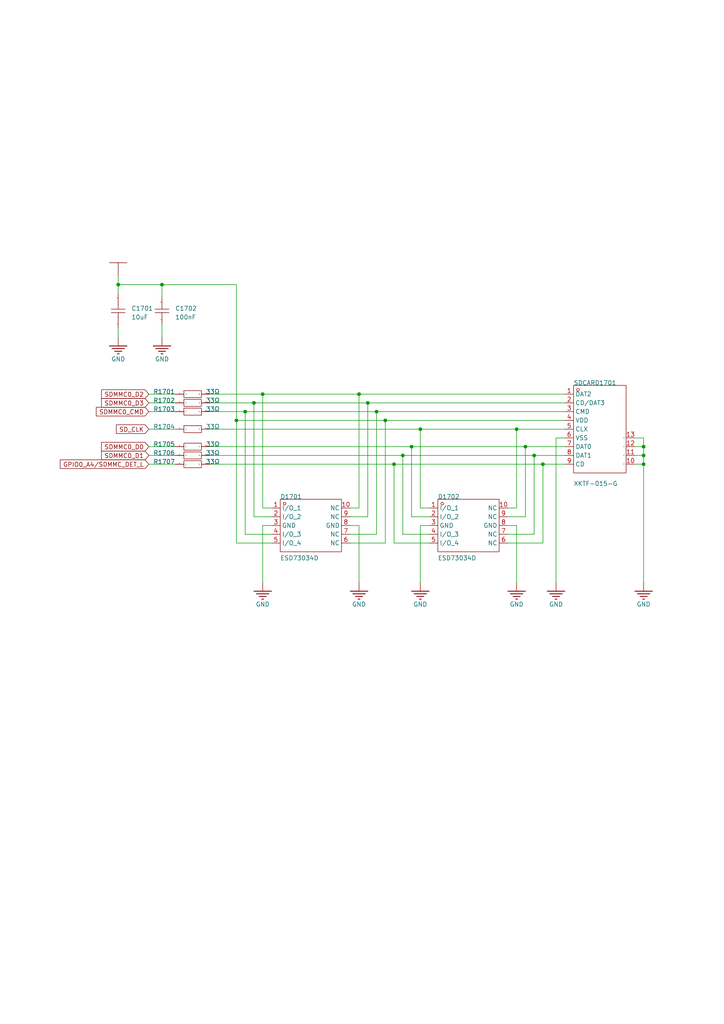
<source format=kicad_sch>
(kicad_sch (version 20250114) (generator "eeschema") (generator_version "9.0")
  (paper "A4" portrait)
  (lib_symbols
    (symbol "mainboard:0402B104K250NT"
      (property "Reference" "C" (at 0 0 0))
      (symbol "0402B104K250NT_1_0"
        (polyline (pts (xy -1.27 0) (xy -0.508 0)))
        (polyline (pts (xy -0.508 2.032) (xy -0.508 -2.032)))
        (polyline (pts (xy 0.508 2.032) (xy 0.508 -2.032)))
        (polyline (pts (xy 0.508 0) (xy 1.27 0)))
        (pin input line (at -3.81 0 0) (length 2.54) (name "1") (number "1"))
        (pin input line (at 3.81 0 180) (length 2.54) (name "2") (number "2"))
      )
    )
    (symbol "mainboard:CL10A106MA8NRNC"
      (property "Reference" "C" (at 0 0 0))
      (symbol "CL10A106MA8NRNC_1_0"
        (polyline (pts (xy -0.508 0) (xy -2.54 0)))
        (polyline (pts (xy -0.508 -2.032) (xy -0.508 2.032)))
        (polyline (pts (xy 0.508 2.032) (xy 0.508 -2.032)))
        (polyline (pts (xy 2.54 0) (xy 0.508 0)))
        (pin input line (at -5.08 0 0) (length 2.54) (name "1") (number "1"))
        (pin input line (at 5.08 0 180) (length 2.54) (name "2") (number "2"))
      )
    )
    (symbol "mainboard:ESD73034D"
      (property "Reference" "D" (at 0 0 0))
      (symbol "ESD73034D_1_0"
        (rectangle (start -8.89 -7.62) (end 8.89 7.62))
        (circle (center -7.62 6.35) (radius 0.381))
        (pin unspecified line (at -11.43 5.08 0) (length 2.54) (name "I/O_1") (number "1"))
        (pin unspecified line (at -11.43 2.54 0) (length 2.54) (name "I/O_2") (number "2"))
        (pin unspecified line (at -11.43 0 0) (length 2.54) (name "GND") (number "3"))
        (pin unspecified line (at -11.43 -2.54 0) (length 2.54) (name "I/O_3") (number "4"))
        (pin unspecified line (at -11.43 -5.08 0) (length 2.54) (name "I/O_4") (number "5"))
        (pin unspecified line (at 11.43 5.08 180) (length 2.54) (name "NC") (number "10"))
        (pin unspecified line (at 11.43 2.54 180) (length 2.54) (name "NC") (number "9"))
        (pin unspecified line (at 11.43 0 180) (length 2.54) (name "GND") (number "8"))
        (pin unspecified line (at 11.43 -2.54 180) (length 2.54) (name "NC") (number "7"))
        (pin unspecified line (at 11.43 -5.08 180) (length 2.54) (name "NC") (number "6"))
      )
    )
    (symbol "mainboard:Ground-GND" (power) (pin_numbers (hide yes)) (pin_names (hide yes))
      (property "Value" "GND" (at 0 -6.35 0))
      (symbol "Ground-GND_1_0"
        (polyline (pts (xy -2.54 -2.54) (xy 2.54 -2.54)) (stroke (width 0.254)))
        (polyline (pts (xy -1.778 -3.302) (xy 1.778 -3.302)) (stroke (width 0.254)))
        (polyline (pts (xy -1.016 -4.064) (xy 1.016 -4.064)) (stroke (width 0.254)))
        (polyline (pts (xy -0.254 -4.826) (xy 0.254 -4.826)) (stroke (width 0.254)))
        (pin power_in line (at 0 0 270) (length 2.54) (name "") (number "1"))
      )
    )
    (symbol "mainboard:Power-VCC" (power) (pin_numbers (hide yes)) (pin_names (hide yes))
      (property "Value" "VCC" (at 0 5.08 0))
      (symbol "Power-VCC_1_0"
        (polyline (pts (xy -2.54 3.81) (xy 2.54 3.81)))
        (polyline (pts (xy 0 3.81) (xy 0 1.27)))
        (pin power_in line (at 0 0 90) (length 1.27) (name "VCC3V3_SD_S0") (number "1"))
      )
    )
    (symbol "mainboard:RC0402FR-0733RL"
      (property "Reference" "R" (at 0 0 0))
      (symbol "RC0402FR-0733RL_1_0"
        (rectangle (start -2.54 -1.016) (end 2.54 1.016))
        (pin input line (at -5.08 0 0) (length 2.54) (name "1") (number "1"))
        (pin input line (at 5.08 0 180) (length 2.54) (name "2") (number "2"))
      )
    )
    (symbol "mainboard:XKTF-015-G"
      (symbol "XKTF-015-G_1_0"
        (rectangle (start -11.43 10.16) (end 3.81 -15.24))
        (circle (center -10.16 8.89) (radius 0.381))
        (pin unspecified line (at -13.97 7.62 0) (length 2.54) (name "DAT2") (number "1"))
        (pin unspecified line (at -13.97 5.08 0) (length 2.54) (name "CD/DAT3") (number "2"))
        (pin unspecified line (at -13.97 2.54 0) (length 2.54) (name "CMD") (number "3"))
        (pin unspecified line (at -13.97 0 0) (length 2.54) (name "VDD") (number "4"))
        (pin unspecified line (at -13.97 -2.54 0) (length 2.54) (name "CLX") (number "5"))
        (pin unspecified line (at -13.97 -5.08 0) (length 2.54) (name "VSS") (number "6"))
        (pin unspecified line (at -13.9446 -7.62 0) (length 2.54) (name "DAT0") (number "7"))
        (pin unspecified line (at -13.9446 -10.16 0) (length 2.54) (name "DAT1") (number "8"))
        (pin unspecified line (at -13.9446 -12.7 0) (length 2.54) (name "CD") (number "9"))
        (pin unspecified line (at 6.35 -5.0546 180) (length 2.54) (name "EP") (number "13"))
        (pin unspecified line (at 6.35 -7.5946 180) (length 2.54) (name "EP") (number "12"))
        (pin unspecified line (at 6.35 -10.1346 180) (length 2.54) (name "EP") (number "11"))
        (pin unspecified line (at 6.35 -12.6746 180) (length 2.54) (name "EP") (number "10"))
      )
    )
  )
  (junction (at 34.29 82.55))
  (junction (at 104.14 114.3))
  (junction (at 46.99 82.55))
  (junction (at 119.38 129.54))
  (junction (at 149.86 124.46))
  (junction (at 68.58 121.92))
  (junction (at 71.12 119.38))
  (junction (at 186.69 132.08))
  (junction (at 152.4 129.54))
  (junction (at 109.22 119.38))
  (junction (at 106.68 116.84))
  (junction (at 121.92 124.46))
  (junction (at 76.2 114.3))
  (junction (at 186.69 134.62))
  (junction (at 73.66 116.84))
  (junction (at 114.3 134.62))
  (junction (at 157.48 134.62))
  (junction (at 154.94 132.08))
  (junction (at 111.76 121.92))
  (junction (at 186.69 129.54))
  (junction (at 116.84 132.08))
  (wire (pts (xy 106.68 149.86) (xy 101.6 149.86)))
  (wire (pts (xy 163.83 124.46) (xy 149.86 124.46)))
  (wire (pts (xy 104.14 152.4) (xy 104.14 168.91)))
  (wire (pts (xy 104.14 114.3) (xy 76.2 114.3)))
  (wire (pts (xy 104.14 114.3) (xy 104.14 147.32)))
  (wire (pts (xy 124.46 152.4) (xy 121.92 152.4)))
  (wire (pts (xy 186.69 134.62) (xy 186.69 168.91)))
  (wire (pts (xy 161.29 127) (xy 161.29 168.91)))
  (wire (pts (xy 71.12 154.94) (xy 78.74 154.94)))
  (wire (pts (xy 157.48 157.48) (xy 157.48 134.62)))
  (wire (pts (xy 149.86 152.4) (xy 149.86 168.91)))
  (wire (pts (xy 147.32 149.86) (xy 152.4 149.86)))
  (wire (pts (xy 119.38 149.86) (xy 119.38 129.54)))
  (wire (pts (xy 163.83 119.38) (xy 109.22 119.38)))
  (wire (pts (xy 109.22 119.38) (xy 109.22 154.94)))
  (wire (pts (xy 68.58 157.48) (xy 78.74 157.48)))
  (wire (pts (xy 34.29 97.79) (xy 34.29 95.25)))
  (wire (pts (xy 60.96 116.84) (xy 73.66 116.84)))
  (wire (pts (xy 60.96 129.54) (xy 119.38 129.54)))
  (wire (pts (xy 114.3 157.48) (xy 114.3 134.62)))
  (wire (pts (xy 76.2 147.32) (xy 78.74 147.32)))
  (wire (pts (xy 124.46 147.32) (xy 121.92 147.32)))
  (wire (pts (xy 116.84 154.94) (xy 116.84 132.08)))
  (wire (pts (xy 186.69 129.54) (xy 186.69 127)))
  (wire (pts (xy 43.18 132.08) (xy 50.8 132.08)))
  (wire (pts (xy 147.32 154.94) (xy 154.94 154.94)))
  (wire (pts (xy 106.68 116.84) (xy 106.68 149.86)))
  (wire (pts (xy 109.22 154.94) (xy 101.6 154.94)))
  (wire (pts (xy 34.29 82.55) (xy 34.29 80.01)))
  (wire (pts (xy 76.2 114.3) (xy 76.2 147.32)))
  (wire (pts (xy 60.96 119.38) (xy 71.12 119.38)))
  (wire (pts (xy 71.12 119.38) (xy 71.12 154.94)))
  (wire (pts (xy 124.46 154.94) (xy 116.84 154.94)))
  (wire (pts (xy 186.69 129.54) (xy 186.69 132.08)))
  (wire (pts (xy 157.48 134.62) (xy 114.3 134.62)))
  (wire (pts (xy 121.92 124.46) (xy 149.86 124.46)))
  (wire (pts (xy 101.6 152.4) (xy 104.14 152.4)))
  (wire (pts (xy 46.99 97.79) (xy 46.99 93.98)))
  (wire (pts (xy 163.83 116.84) (xy 106.68 116.84)))
  (wire (pts (xy 184.15 127) (xy 186.69 127)))
  (wire (pts (xy 43.18 129.54) (xy 50.8 129.54)))
  (wire (pts (xy 76.2 152.4) (xy 76.2 168.91)))
  (wire (pts (xy 147.32 152.4) (xy 149.86 152.4)))
  (wire (pts (xy 163.83 121.92) (xy 111.76 121.92)))
  (wire (pts (xy 73.66 149.86) (xy 78.74 149.86)))
  (wire (pts (xy 46.99 82.55) (xy 46.99 86.36)))
  (wire (pts (xy 152.4 149.86) (xy 152.4 129.54)))
  (wire (pts (xy 34.29 82.55) (xy 34.29 85.09)))
  (wire (pts (xy 111.76 121.92) (xy 111.76 157.48)))
  (wire (pts (xy 60.96 134.62) (xy 114.3 134.62)))
  (wire (pts (xy 43.18 124.46) (xy 50.8 124.46)))
  (wire (pts (xy 124.46 149.86) (xy 119.38 149.86)))
  (wire (pts (xy 46.99 82.55) (xy 68.58 82.55)))
  (wire (pts (xy 43.18 119.38) (xy 50.8 119.38)))
  (wire (pts (xy 111.76 121.92) (xy 68.58 121.92)))
  (wire (pts (xy 147.32 157.48) (xy 157.48 157.48)))
  (wire (pts (xy 73.66 116.84) (xy 73.66 149.86)))
  (wire (pts (xy 60.96 132.08) (xy 116.84 132.08)))
  (wire (pts (xy 119.38 129.54) (xy 152.4 129.54)))
  (wire (pts (xy 43.18 116.84) (xy 50.8 116.84)))
  (wire (pts (xy 149.86 147.32) (xy 149.86 124.46)))
  (wire (pts (xy 184.15 134.62) (xy 186.69 134.62)))
  (wire (pts (xy 121.92 147.32) (xy 121.92 124.46)))
  (wire (pts (xy 68.58 82.55) (xy 68.58 121.92)))
  (wire (pts (xy 157.48 134.62) (xy 163.83 134.62)))
  (wire (pts (xy 116.84 132.08) (xy 154.94 132.08)))
  (wire (pts (xy 104.14 147.32) (xy 101.6 147.32)))
  (wire (pts (xy 163.83 129.54) (xy 152.4 129.54)))
  (wire (pts (xy 147.32 147.32) (xy 149.86 147.32)))
  (wire (pts (xy 163.83 132.08) (xy 154.94 132.08)))
  (wire (pts (xy 124.46 157.48) (xy 114.3 157.48)))
  (wire (pts (xy 121.92 152.4) (xy 121.92 168.91)))
  (wire (pts (xy 60.96 114.3) (xy 76.2 114.3)))
  (wire (pts (xy 60.96 124.46) (xy 121.92 124.46)))
  (wire (pts (xy 186.69 129.54) (xy 184.15 129.54)))
  (wire (pts (xy 106.68 116.84) (xy 73.66 116.84)))
  (wire (pts (xy 78.74 152.4) (xy 76.2 152.4)))
  (wire (pts (xy 163.83 114.3) (xy 104.14 114.3)))
  (wire (pts (xy 186.69 132.08) (xy 186.69 134.62)))
  (wire (pts (xy 163.83 127) (xy 161.29 127)))
  (wire (pts (xy 184.15 132.08) (xy 186.69 132.08)))
  (wire (pts (xy 43.18 134.62) (xy 50.8 134.62)))
  (wire (pts (xy 68.58 121.92) (xy 68.58 157.48)))
  (wire (pts (xy 43.18 114.3) (xy 50.8 114.3)))
  (wire (pts (xy 109.22 119.38) (xy 71.12 119.38)))
  (wire (pts (xy 46.99 82.55) (xy 34.29 82.55)))
  (wire (pts (xy 154.94 154.94) (xy 154.94 132.08)))
  (wire (pts (xy 111.76 157.48) (xy 101.6 157.48)))
  (global_label "SDMMC0_CMD" (shape input) (at 43.18 119.38 180) (property "Intersheetrefs" "${INTERSHEET_REFS}" (effects (hide yes))))
  (global_label "SDMMC0_D1" (shape input) (at 43.18 132.08 180) (property "Intersheetrefs" "${INTERSHEET_REFS}" (effects (hide yes))))
  (global_label "SDMMC0_D3" (shape input) (at 43.18 116.84 180) (property "Intersheetrefs" "${INTERSHEET_REFS}" (effects (hide yes))))
  (global_label "SDMMC0_D2" (shape input) (at 43.18 114.3 180) (property "Intersheetrefs" "${INTERSHEET_REFS}" (effects (hide yes))))
  (global_label "SDMMC0_D0" (shape input) (at 43.18 129.54 180) (property "Intersheetrefs" "${INTERSHEET_REFS}" (effects (hide yes))))
  (global_label "SD_CLK" (shape input) (at 43.18 124.46 180) (property "Intersheetrefs" "${INTERSHEET_REFS}" (effects (hide yes))))
  (global_label "GPIO0_A4/SDMMC_DET_L" (shape input) (at 43.18 134.62 180) (property "Intersheetrefs" "${INTERSHEET_REFS}" (effects (hide yes))))
  (symbol (lib_id "mainboard:Ground-GND") (at 161.29 168.91 0) (unit 1)
    (property "Reference" "#PWR01708" (effects (hide yes)))
    (property "Value" "GND" (at 161.29 175.26 0))
    (property "Footprint" "mainboard:" (effects (hide yes)))
  )
  (symbol (lib_id "mainboard:ESD73034D") (at 135.89 152.4 0) (unit 1)
    (property "Reference" "D1702" (at 127 144.78 0) (effects (justify left bottom)))
    (property "Value" "ESD73034D" (at 127 162.56 0) (effects (justify left bottom)))
    (property "Footprint" "mainboard:DFN-10_L2.5-W1.0-P0.50-BL-2" (effects (hide yes)))
    (property "Datasheet" "https://atta.szlcsc.com/upload/public/pdf/source/20230621/0470D2674DE9F15BF57259AF0534F99C.pdf" (effects (hide yes)))
    (property "Description" "polarity:Bidirectional Reverse Stand-Off Voltage (Vrwm):3.3V Maximum Clamping Voltage:18V Peak Pulse Current (Ipp):3A Peak Pulse Power Dissipation (Ppp):60W Breakdown Voltage:6V Reverse Leakage Current (Ir):200nA Number of Lines:Four channels Type:ESD" (effects (hide yes)))
    (property "Manufacturer Part" "ESD73034D" (effects (hide yes)))
    (property "Manufacturer" "TECH PUBLIC(台舟)" (effects (hide yes)))
    (property "Supplier Part" "C7202962" (effects (hide yes)))
    (property "Supplier" "LCSC" (effects (hide yes)))
    (property "LCSC Part Name" "ESD73034D-10/TR" (effects (hide yes)))
  )
  (symbol (lib_id "mainboard:RC0402FR-0733RL") (at 55.88 124.46 0) (unit 1)
    (property "Reference" "R1704" (at 44.45 124.46 0) (effects (justify left bottom)))
    (property "Value" "33Ω" (at 59.69 124.46 0) (effects (justify left bottom)))
    (property "Footprint" "mainboard:R0402" (effects (hide yes)))
    (property "Datasheet" "https://atta.szlcsc.com/upload/public/pdf/source/20181009/C309620_DA5935B6E1D48212CB7A533FE518B3C2.pdf" (effects (hide yes)))
    (property "Description" "Type:Thick Film Resistors Resistance: Tolerance:±1% Tolerance:±1% Power(Watts): Overload Voltage (Max): Temperature Coefficient:±100ppm/°C Temperature Coefficient:±100ppm/°C Operating Temperature Range:-55°C~+155°C Operating Temperature Range:-55°C~+155°C" (effects (hide yes)))
    (property "Manufacturer Part" "RC0402FR-0733RL" (effects (hide yes)))
    (property "Manufacturer" "YAGEO(国巨)" (effects (hide yes)))
    (property "Supplier Part" "C138002" (effects (hide yes)))
    (property "Supplier" "LCSC" (effects (hide yes)))
    (property "LCSC Part Name" "厚膜电阻 33Ω ±1% 62.5mW" (effects (hide yes)))
  )
  (symbol (lib_id "mainboard:Ground-GND") (at 104.14 168.91 0) (unit 1)
    (property "Reference" "#PWR01705" (effects (hide yes)))
    (property "Value" "GND" (at 104.14 175.26 0))
    (property "Footprint" "mainboard:" (effects (hide yes)))
  )
  (symbol (lib_id "mainboard:RC0402FR-0733RL") (at 55.88 132.08 0) (unit 1)
    (property "Reference" "R1706" (at 44.45 132.08 0) (effects (justify left bottom)))
    (property "Value" "33Ω" (at 59.69 132.08 0) (effects (justify left bottom)))
    (property "Footprint" "mainboard:R0402" (effects (hide yes)))
    (property "Datasheet" "https://atta.szlcsc.com/upload/public/pdf/source/20181009/C309620_DA5935B6E1D48212CB7A533FE518B3C2.pdf" (effects (hide yes)))
    (property "Description" "Type:Thick Film Resistors Resistance: Tolerance:±1% Tolerance:±1% Power(Watts): Overload Voltage (Max): Temperature Coefficient:±100ppm/°C Temperature Coefficient:±100ppm/°C Operating Temperature Range:-55°C~+155°C Operating Temperature Range:-55°C~+155°C" (effects (hide yes)))
    (property "Manufacturer Part" "RC0402FR-0733RL" (effects (hide yes)))
    (property "Manufacturer" "YAGEO(国巨)" (effects (hide yes)))
    (property "Supplier Part" "C138002" (effects (hide yes)))
    (property "Supplier" "LCSC" (effects (hide yes)))
    (property "LCSC Part Name" "厚膜电阻 33Ω ±1% 62.5mW" (effects (hide yes)))
  )
  (symbol (lib_id "mainboard:CL10A106MA8NRNC") (at 34.29 90.17 90) (unit 1)
    (property "Reference" "C1701" (at 38.1 90.17 90) (effects (justify right top)))
    (property "Value" "10uF" (at 38.1 92.71 90) (effects (justify right top)))
    (property "Footprint" "mainboard:C0603" (effects (hide yes)))
    (property "Datasheet" "https://atta.szlcsc.com/upload/public/pdf/source/20160218/1457707763339.pdf" (effects (hide yes)))
    (property "Description" "Capacitance: Tolerance:±20% Tolerance:±20% Voltage Rated: Temperature Coefficient:" (effects (hide yes)))
    (property "Manufacturer Part" "CL10A106MA8NRNC" (effects (hide yes)))
    (property "Manufacturer" "SAMSUNG(三星)" (effects (hide yes)))
    (property "Supplier Part" "C96446" (effects (hide yes)))
    (property "Supplier" "LCSC" (effects (hide yes)))
    (property "LCSC Part Name" "10uF ±20% 25V" (effects (hide yes)))
  )
  (symbol (lib_id "mainboard:RC0402FR-0733RL") (at 55.88 129.54 0) (unit 1)
    (property "Reference" "R1705" (at 44.45 129.54 0) (effects (justify left bottom)))
    (property "Value" "33Ω" (at 59.69 129.54 0) (effects (justify left bottom)))
    (property "Footprint" "mainboard:R0402" (effects (hide yes)))
    (property "Datasheet" "https://atta.szlcsc.com/upload/public/pdf/source/20181009/C309620_DA5935B6E1D48212CB7A533FE518B3C2.pdf" (effects (hide yes)))
    (property "Description" "Type:Thick Film Resistors Resistance: Tolerance:±1% Tolerance:±1% Power(Watts): Overload Voltage (Max): Temperature Coefficient:±100ppm/°C Temperature Coefficient:±100ppm/°C Operating Temperature Range:-55°C~+155°C Operating Temperature Range:-55°C~+155°C" (effects (hide yes)))
    (property "Manufacturer Part" "RC0402FR-0733RL" (effects (hide yes)))
    (property "Manufacturer" "YAGEO(国巨)" (effects (hide yes)))
    (property "Supplier Part" "C138002" (effects (hide yes)))
    (property "Supplier" "LCSC" (effects (hide yes)))
    (property "LCSC Part Name" "厚膜电阻 33Ω ±1% 62.5mW" (effects (hide yes)))
  )
  (symbol (lib_id "mainboard:Ground-GND") (at 76.2 168.91 0) (unit 1)
    (property "Reference" "#PWR01704" (effects (hide yes)))
    (property "Value" "GND" (at 76.2 175.26 0))
    (property "Footprint" "mainboard:" (effects (hide yes)))
  )
  (symbol (lib_id "mainboard:XKTF-015-G") (at 177.8 121.92 0) (unit 1)
    (property "Reference" "SDCARD1701" (at 166.37 111.76 0) (effects (justify left bottom)))
    (property "Value" "XKTF-015-G" (at 166.37 140.97 0) (effects (justify left bottom)))
    (property "Footprint" "mainboard:TF-SMD_XKTF-015-N" (effects (hide yes)))
    (property "Datasheet" "https://atta.szlcsc.com/upload/public/pdf/source/20211011/66E84C7106D817B4016DBCE6B64BEDA0.pdf" (effects (hide yes)))
    (property "Description" "Card Connection Mode:Self-bouncing Card Type:MicroSD card (TF card) Connector Type:Card Slot Additional Card Detection Pins:- Supplementary Features:- Maximum Body Height:2mm Operating Temperature Range:-25°C~+90°C Operating Temperature Range:-25°C~+90°C" (effects (hide yes)))
    (property "Manufacturer Part" "XKTF-015-G" (effects (hide yes)))
    (property "Manufacturer" "XKB Connection(中国星坤)" (effects (hide yes)))
    (property "Supplier Part" "C1121874" (effects (hide yes)))
    (property "Supplier" "LCSC" (effects (hide yes)))
    (property "LCSC Part Name" "自弹式 MicroSD卡(TF卡) 卡座" (effects (hide yes)))
  )
  (symbol (lib_id "mainboard:Ground-GND") (at 34.29 97.79 0) (unit 1)
    (property "Reference" "#PWR01702" (effects (hide yes)))
    (property "Value" "GND" (at 34.29 104.14 0))
    (property "Footprint" "mainboard:" (effects (hide yes)))
  )
  (symbol (lib_id "mainboard:0402B104K250NT") (at 46.99 90.17 90) (unit 1)
    (property "Reference" "C1702" (at 50.8 90.17 90) (effects (justify right top)))
    (property "Value" "100nF" (at 50.8 92.71 90) (effects (justify right top)))
    (property "Footprint" "mainboard:C0402" (effects (hide yes)))
    (property "Datasheet" "https://atta.szlcsc.com/upload/public/pdf/source/20200305/C486355_26A10D38EF8C2A5C37091D0039909270.pdf" (effects (hide yes)))
    (property "Description" "Capacitance:100nF Tolerance:±10% Tolerance:±10% Voltage Rated: Temperature Coefficient:" (effects (hide yes)))
    (property "Manufacturer Part" "0402B104K250NT" (effects (hide yes)))
    (property "Manufacturer" "FH(风华)" (effects (hide yes)))
    (property "Supplier Part" "C56392" (effects (hide yes)))
    (property "Supplier" "LCSC" (effects (hide yes)))
    (property "LCSC Part Name" "100nF ±10% 25V" (effects (hide yes)))
  )
  (symbol (lib_id "mainboard:Ground-GND") (at 46.99 97.79 0) (unit 1)
    (property "Reference" "#PWR01703" (effects (hide yes)))
    (property "Value" "GND" (at 46.99 104.14 0))
    (property "Footprint" "mainboard:" (effects (hide yes)))
  )
  (symbol (lib_id "mainboard:RC0402FR-0733RL") (at 55.88 114.3 0) (unit 1)
    (property "Reference" "R1701" (at 44.45 114.3 0) (effects (justify left bottom)))
    (property "Value" "33Ω" (at 59.69 114.3 0) (effects (justify left bottom)))
    (property "Footprint" "mainboard:R0402" (effects (hide yes)))
    (property "Datasheet" "https://atta.szlcsc.com/upload/public/pdf/source/20181009/C309620_DA5935B6E1D48212CB7A533FE518B3C2.pdf" (effects (hide yes)))
    (property "Description" "Type:Thick Film Resistors Resistance: Tolerance:±1% Tolerance:±1% Power(Watts): Overload Voltage (Max): Temperature Coefficient:±100ppm/°C Temperature Coefficient:±100ppm/°C Operating Temperature Range:-55°C~+155°C Operating Temperature Range:-55°C~+155°C" (effects (hide yes)))
    (property "Manufacturer Part" "RC0402FR-0733RL" (effects (hide yes)))
    (property "Manufacturer" "YAGEO(国巨)" (effects (hide yes)))
    (property "Supplier Part" "C138002" (effects (hide yes)))
    (property "Supplier" "LCSC" (effects (hide yes)))
    (property "LCSC Part Name" "厚膜电阻 33Ω ±1% 62.5mW" (effects (hide yes)))
  )
  (symbol (lib_id "mainboard:Power-VCC") (at 34.29 80.01 0) (unit 1)
    (property "Reference" "#PWR01701" (effects (hide yes)))
    (property "Value" "VCC3V3_SD_S0" (effects (hide yes)))
    (property "Footprint" "mainboard:" (effects (hide yes)))
  )
  (symbol (lib_id "mainboard:RC0402FR-0733RL") (at 55.88 134.62 0) (unit 1)
    (property "Reference" "R1707" (at 44.45 134.62 0) (effects (justify left bottom)))
    (property "Value" "33Ω" (at 59.69 134.62 0) (effects (justify left bottom)))
    (property "Footprint" "mainboard:R0402" (effects (hide yes)))
    (property "Datasheet" "https://atta.szlcsc.com/upload/public/pdf/source/20181009/C309620_DA5935B6E1D48212CB7A533FE518B3C2.pdf" (effects (hide yes)))
    (property "Description" "Type:Thick Film Resistors Resistance: Tolerance:±1% Tolerance:±1% Power(Watts): Overload Voltage (Max): Temperature Coefficient:±100ppm/°C Temperature Coefficient:±100ppm/°C Operating Temperature Range:-55°C~+155°C Operating Temperature Range:-55°C~+155°C" (effects (hide yes)))
    (property "Manufacturer Part" "RC0402FR-0733RL" (effects (hide yes)))
    (property "Manufacturer" "YAGEO(国巨)" (effects (hide yes)))
    (property "Supplier Part" "C138002" (effects (hide yes)))
    (property "Supplier" "LCSC" (effects (hide yes)))
    (property "LCSC Part Name" "厚膜电阻 33Ω ±1% 62.5mW" (effects (hide yes)))
  )
  (symbol (lib_id "mainboard:ESD73034D") (at 90.17 152.4 0) (unit 1)
    (property "Reference" "D1701" (at 81.28 144.78 0) (effects (justify left bottom)))
    (property "Value" "ESD73034D" (at 81.28 162.56 0) (effects (justify left bottom)))
    (property "Footprint" "mainboard:DFN-10_L2.5-W1.0-P0.50-BL-2" (effects (hide yes)))
    (property "Datasheet" "https://atta.szlcsc.com/upload/public/pdf/source/20230621/0470D2674DE9F15BF57259AF0534F99C.pdf" (effects (hide yes)))
    (property "Description" "polarity:Bidirectional Reverse Stand-Off Voltage (Vrwm):3.3V Maximum Clamping Voltage:18V Peak Pulse Current (Ipp):3A Peak Pulse Power Dissipation (Ppp):60W Breakdown Voltage:6V Reverse Leakage Current (Ir):200nA Number of Lines:Four channels Type:ESD" (effects (hide yes)))
    (property "Manufacturer Part" "ESD73034D" (effects (hide yes)))
    (property "Manufacturer" "TECH PUBLIC(台舟)" (effects (hide yes)))
    (property "Supplier Part" "C7202962" (effects (hide yes)))
    (property "Supplier" "LCSC" (effects (hide yes)))
    (property "LCSC Part Name" "ESD73034D-10/TR" (effects (hide yes)))
  )
  (symbol (lib_id "mainboard:RC0402FR-0733RL") (at 55.88 116.84 0) (unit 1)
    (property "Reference" "R1702" (at 44.45 116.84 0) (effects (justify left bottom)))
    (property "Value" "33Ω" (at 59.69 116.84 0) (effects (justify left bottom)))
    (property "Footprint" "mainboard:R0402" (effects (hide yes)))
    (property "Datasheet" "https://atta.szlcsc.com/upload/public/pdf/source/20181009/C309620_DA5935B6E1D48212CB7A533FE518B3C2.pdf" (effects (hide yes)))
    (property "Description" "Type:Thick Film Resistors Resistance: Tolerance:±1% Tolerance:±1% Power(Watts): Overload Voltage (Max): Temperature Coefficient:±100ppm/°C Temperature Coefficient:±100ppm/°C Operating Temperature Range:-55°C~+155°C Operating Temperature Range:-55°C~+155°C" (effects (hide yes)))
    (property "Manufacturer Part" "RC0402FR-0733RL" (effects (hide yes)))
    (property "Manufacturer" "YAGEO(国巨)" (effects (hide yes)))
    (property "Supplier Part" "C138002" (effects (hide yes)))
    (property "Supplier" "LCSC" (effects (hide yes)))
    (property "LCSC Part Name" "厚膜电阻 33Ω ±1% 62.5mW" (effects (hide yes)))
  )
  (symbol (lib_id "mainboard:RC0402FR-0733RL") (at 55.88 119.38 0) (unit 1)
    (property "Reference" "R1703" (at 44.45 119.38 0) (effects (justify left bottom)))
    (property "Value" "33Ω" (at 59.69 119.38 0) (effects (justify left bottom)))
    (property "Footprint" "mainboard:R0402" (effects (hide yes)))
    (property "Datasheet" "https://atta.szlcsc.com/upload/public/pdf/source/20181009/C309620_DA5935B6E1D48212CB7A533FE518B3C2.pdf" (effects (hide yes)))
    (property "Description" "Type:Thick Film Resistors Resistance: Tolerance:±1% Tolerance:±1% Power(Watts): Overload Voltage (Max): Temperature Coefficient:±100ppm/°C Temperature Coefficient:±100ppm/°C Operating Temperature Range:-55°C~+155°C Operating Temperature Range:-55°C~+155°C" (effects (hide yes)))
    (property "Manufacturer Part" "RC0402FR-0733RL" (effects (hide yes)))
    (property "Manufacturer" "YAGEO(国巨)" (effects (hide yes)))
    (property "Supplier Part" "C138002" (effects (hide yes)))
    (property "Supplier" "LCSC" (effects (hide yes)))
    (property "LCSC Part Name" "厚膜电阻 33Ω ±1% 62.5mW" (effects (hide yes)))
  )
  (symbol (lib_id "mainboard:Ground-GND") (at 149.86 168.91 0) (unit 1)
    (property "Reference" "#PWR01707" (effects (hide yes)))
    (property "Value" "GND" (at 149.86 175.26 0))
    (property "Footprint" "mainboard:" (effects (hide yes)))
  )
  (symbol (lib_id "mainboard:Ground-GND") (at 186.69 168.91 0) (unit 1)
    (property "Reference" "#PWR01709" (effects (hide yes)))
    (property "Value" "GND" (at 186.69 175.26 0))
    (property "Footprint" "mainboard:" (effects (hide yes)))
  )
  (symbol (lib_id "mainboard:Ground-GND") (at 121.92 168.91 0) (unit 1)
    (property "Reference" "#PWR01706" (effects (hide yes)))
    (property "Value" "GND" (at 121.92 175.26 0))
    (property "Footprint" "mainboard:" (effects (hide yes)))
  )
)
</source>
